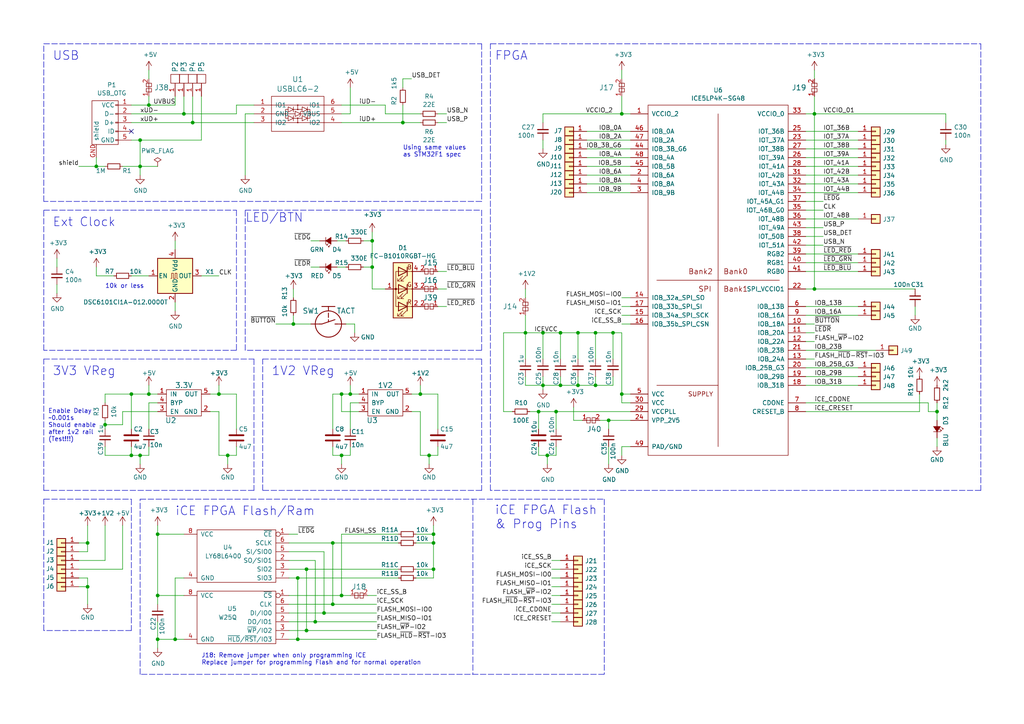
<source format=kicad_sch>
(kicad_sch (version 20231120) (generator "eeschema") (generator_version "8.0")
  (paper "A4")
  (title_block (title "iCEBreaker-bitsy") (rev "V0.3a") (company "1BitSquared") (comment 1 "2018-2020 (C) 1BitSquared <info@1bitsquared.com>") (comment 2 "2018-2020 (C) Piotr Esden-Tempski <piotr@esden.net>") (comment 3 "License: CC-BY-SA V4.0"))
  (junction (at 99.06 132.08))
  (junction (at 158.75 132.08))
  (junction (at 55.88 35.56))
  (junction (at 162.56 96.52))
  (junction (at 86.36 167.64))
  (junction (at 45.72 172.72))
  (junction (at 27.94 48.26))
  (junction (at 91.44 180.34))
  (junction (at 38.1 114.3))
  (junction (at 45.72 185.42))
  (junction (at 85.09 93.98))
  (junction (at 125.73 165.1))
  (junction (at 107.95 77.47))
  (junction (at 176.53 121.92))
  (junction (at 116.84 35.56))
  (junction (at 86.36 185.42))
  (junction (at 45.72 154.94))
  (junction (at 88.9 165.1))
  (junction (at 96.52 175.26))
  (junction (at 156.21 119.38))
  (junction (at 162.56 111.76))
  (junction (at 152.4 96.52))
  (junction (at 236.22 83.82))
  (junction (at 96.52 157.48))
  (junction (at 25.4 157.48))
  (junction (at 172.72 96.52))
  (junction (at 125.73 154.94))
  (junction (at 25.4 170.18))
  (junction (at 161.29 119.38))
  (junction (at 40.64 48.26))
  (junction (at 167.64 111.76))
  (junction (at 236.22 33.02))
  (junction (at 121.92 114.3))
  (junction (at 125.73 157.48))
  (junction (at 177.8 96.52))
  (junction (at 43.18 30.48))
  (junction (at 167.64 96.52))
  (junction (at 180.34 114.3))
  (junction (at 30.48 123.19))
  (junction (at 38.1 132.08))
  (junction (at 88.9 182.88))
  (junction (at 66.04 132.08))
  (junction (at 180.34 33.02))
  (junction (at 93.98 177.8))
  (junction (at 99.06 172.72))
  (junction (at 124.46 132.08))
  (junction (at 50.8 185.42))
  (junction (at 101.6 114.3))
  (junction (at 40.64 40.64))
  (junction (at 53.34 33.02))
  (junction (at 40.64 132.08))
  (junction (at 172.72 111.76))
  (junction (at 43.18 114.3))
  (junction (at 157.48 96.52))
  (junction (at 63.5 114.3))
  (junction (at 99.06 114.3))
  (junction (at 157.48 111.76))
  (junction (at 107.95 69.85))
  (junction (at 271.78 119.38))
  (no_connect (at 38.1 38.1))
  (wire (pts (xy 99.06 33.02) (xy 101.6 33.02)))
  (wire (pts (xy 55.88 35.56) (xy 73.66 35.56)))
  (polyline (pts (xy 139.7 58.42) (xy 12.7 58.42)) (stroke (width 0) (type dash)))
  (wire (pts (xy 83.82 185.42) (xy 86.36 185.42)))
  (wire (pts (xy 233.68 63.5) (xy 248.92 63.5)))
  (wire (pts (xy 27.94 45.72) (xy 27.94 48.26)))
  (wire (pts (xy 146.05 96.52) (xy 146.05 119.38)))
  (wire (pts (xy 83.82 167.64) (xy 86.36 167.64)))
  (wire (pts (xy 27.94 48.26) (xy 22.86 48.26)))
  (polyline (pts (xy 73.66 104.14) (xy 73.66 142.24)) (stroke (width 0) (type dash)))
  (wire (pts (xy 43.18 20.32) (xy 43.18 22.86)))
  (polyline (pts (xy 38.1 182.88) (xy 12.7 182.88)) (stroke (width 0) (type dash)))
  (polyline (pts (xy 71.12 101.6) (xy 71.12 60.96)) (stroke (width 0) (type dash)))
  (wire (pts (xy 83.82 154.94) (xy 86.36 154.94)))
  (polyline (pts (xy 12.7 182.88) (xy 12.7 144.78)) (stroke (width 0) (type dash)))
  (wire (pts (xy 58.42 27.94) (xy 58.42 40.64)))
  (wire (pts (xy 176.53 121.92) (xy 182.88 121.92)))
  (wire (pts (xy 40.64 132.08) (xy 40.64 134.62)))
  (wire (pts (xy 233.68 66.04) (xy 238.76 66.04)))
  (wire (pts (xy 30.48 132.08) (xy 38.1 132.08)))
  (wire (pts (xy 233.68 38.1) (xy 248.92 38.1)))
  (wire (pts (xy 162.56 96.52) (xy 157.48 96.52)))
  (wire (pts (xy 125.73 167.64) (xy 120.65 167.64)))
  (wire (pts (xy 156.21 129.54) (xy 156.21 132.08)))
  (wire (pts (xy 102.87 93.98) (xy 102.87 96.52)))
  (polyline (pts (xy 142.24 12.7) (xy 284.48 12.7)) (stroke (width 0) (type dash)))
  (wire (pts (xy 233.68 83.82) (xy 236.22 83.82)))
  (wire (pts (xy 97.79 77.47) (xy 100.33 77.47)))
  (wire (pts (xy 152.4 109.22) (xy 152.4 111.76)))
  (wire (pts (xy 53.34 167.64) (xy 50.8 167.64)))
  (wire (pts (xy 58.42 40.64) (xy 40.64 40.64)))
  (wire (pts (xy 125.73 152.4) (xy 125.73 154.94)))
  (wire (pts (xy 115.57 154.94) (xy 99.06 154.94)))
  (wire (pts (xy 157.48 109.22) (xy 157.48 111.76)))
  (wire (pts (xy 43.18 114.3) (xy 45.72 114.3)))
  (wire (pts (xy 116.84 35.56) (xy 121.92 35.56)))
  (wire (pts (xy 35.56 165.1) (xy 35.56 152.4)))
  (wire (pts (xy 22.86 162.56) (xy 30.48 162.56)))
  (wire (pts (xy 168.91 121.92) (xy 166.37 121.92)))
  (wire (pts (xy 233.68 58.42) (xy 238.76 58.42)))
  (wire (pts (xy 99.06 30.48) (xy 111.76 30.48)))
  (wire (pts (xy 53.34 185.42) (xy 50.8 185.42)))
  (wire (pts (xy 45.72 116.84) (xy 43.18 116.84)))
  (wire (pts (xy 86.36 185.42) (xy 109.22 185.42)))
  (wire (pts (xy 50.8 69.85) (xy 50.8 72.39)))
  (polyline (pts (xy 139.7 60.96) (xy 139.7 101.6)) (stroke (width 0) (type dash)))
  (wire (pts (xy 83.82 175.26) (xy 96.52 175.26)))
  (wire (pts (xy 233.68 119.38) (xy 266.7 119.38)))
  (wire (pts (xy 25.4 160.02) (xy 25.4 157.48)))
  (polyline (pts (xy 71.12 60.96) (xy 139.7 60.96)) (stroke (width 0) (type dash)))
  (wire (pts (xy 157.48 33.02) (xy 157.48 35.56)))
  (wire (pts (xy 38.1 30.48) (xy 43.18 30.48)))
  (wire (pts (xy 153.67 119.38) (xy 156.21 119.38)))
  (wire (pts (xy 233.68 68.58) (xy 238.76 68.58)))
  (wire (pts (xy 233.68 33.02) (xy 236.22 33.02)))
  (wire (pts (xy 93.98 160.02) (xy 93.98 177.8)))
  (wire (pts (xy 121.92 132.08) (xy 124.46 132.08)))
  (wire (pts (xy 30.48 121.92) (xy 30.48 123.19)))
  (wire (pts (xy 182.88 86.36) (xy 180.34 86.36)))
  (wire (pts (xy 86.36 167.64) (xy 86.36 185.42)))
  (wire (pts (xy 50.8 185.42) (xy 45.72 185.42)))
  (wire (pts (xy 101.6 33.02) (xy 101.6 25.4)))
  (wire (pts (xy 152.4 111.76) (xy 157.48 111.76)))
  (wire (pts (xy 99.06 114.3) (xy 101.6 114.3)))
  (wire (pts (xy 68.58 30.48) (xy 73.66 30.48)))
  (wire (pts (xy 119.38 114.3) (xy 121.92 114.3)))
  (wire (pts (xy 127 35.56) (xy 129.54 35.56)))
  (wire (pts (xy 233.68 104.14) (xy 236.22 104.14)))
  (polyline (pts (xy 284.48 12.7) (xy 284.48 142.24)) (stroke (width 0) (type dash)))
  (wire (pts (xy 105.41 69.85) (xy 107.95 69.85)))
  (wire (pts (xy 125.73 157.48) (xy 120.65 157.48)))
  (wire (pts (xy 111.76 30.48) (xy 111.76 33.02)))
  (wire (pts (xy 101.6 114.3) (xy 101.6 111.76)))
  (wire (pts (xy 96.52 157.48) (xy 83.82 157.48)))
  (wire (pts (xy 83.82 180.34) (xy 91.44 180.34)))
  (wire (pts (xy 99.06 172.72) (xy 101.6 172.72)))
  (wire (pts (xy 107.95 77.47) (xy 107.95 69.85)))
  (wire (pts (xy 233.68 53.34) (xy 248.92 53.34)))
  (wire (pts (xy 53.34 172.72) (xy 45.72 172.72)))
  (wire (pts (xy 99.06 119.38) (xy 99.06 114.3)))
  (wire (pts (xy 157.48 111.76) (xy 162.56 111.76)))
  (wire (pts (xy 177.8 109.22) (xy 177.8 111.76)))
  (wire (pts (xy 96.52 114.3) (xy 96.52 124.46)))
  (wire (pts (xy 269.24 116.84) (xy 269.24 119.38)))
  (polyline (pts (xy 40.64 144.78) (xy 175.26 144.78)) (stroke (width 0) (type dash)))
  (wire (pts (xy 83.82 172.72) (xy 99.06 172.72)))
  (wire (pts (xy 53.34 27.94) (xy 53.34 33.02)))
  (wire (pts (xy 116.84 22.86) (xy 119.38 22.86)))
  (wire (pts (xy 162.56 177.8) (xy 160.02 177.8)))
  (wire (pts (xy 233.68 40.64) (xy 248.92 40.64)))
  (wire (pts (xy 50.8 87.63) (xy 50.8 90.17)))
  (wire (pts (xy 182.88 55.88) (xy 170.18 55.88)))
  (wire (pts (xy 180.34 96.52) (xy 180.34 114.3)))
  (wire (pts (xy 38.1 33.02) (xy 53.34 33.02)))
  (wire (pts (xy 236.22 33.02) (xy 274.32 33.02)))
  (polyline (pts (xy 12.7 58.42) (xy 12.7 12.7)) (stroke (width 0) (type dash)))
  (wire (pts (xy 233.68 111.76) (xy 248.92 111.76)))
  (wire (pts (xy 96.52 175.26) (xy 109.22 175.26)))
  (wire (pts (xy 96.52 129.54) (xy 96.52 132.08)))
  (wire (pts (xy 177.8 96.52) (xy 172.72 96.52)))
  (wire (pts (xy 63.5 132.08) (xy 66.04 132.08)))
  (wire (pts (xy 127 132.08) (xy 127 129.54)))
  (wire (pts (xy 83.82 177.8) (xy 93.98 177.8)))
  (wire (pts (xy 127 33.02) (xy 129.54 33.02)))
  (wire (pts (xy 35.56 123.19) (xy 35.56 119.38)))
  (wire (pts (xy 182.88 129.54) (xy 180.34 129.54)))
  (wire (pts (xy 182.88 119.38) (xy 161.29 119.38)))
  (wire (pts (xy 60.96 119.38) (xy 63.5 119.38)))
  (wire (pts (xy 119.38 119.38) (xy 121.92 119.38)))
  (wire (pts (xy 233.68 116.84) (xy 269.24 116.84)))
  (polyline (pts (xy 142.24 142.24) (xy 142.24 12.7)) (stroke (width 0) (type dash)))
  (wire (pts (xy 172.72 96.52) (xy 167.64 96.52)))
  (wire (pts (xy 182.88 38.1) (xy 170.18 38.1)))
  (polyline (pts (xy 284.48 142.24) (xy 142.24 142.24)) (stroke (width 0) (type dash)))
  (wire (pts (xy 162.56 96.52) (xy 162.56 104.14)))
  (wire (pts (xy 233.68 50.8) (xy 248.92 50.8)))
  (wire (pts (xy 99.06 132.08) (xy 101.6 132.08)))
  (wire (pts (xy 73.66 33.02) (xy 71.12 33.02)))
  (wire (pts (xy 111.76 83.82) (xy 107.95 83.82)))
  (wire (pts (xy 160.02 172.72) (xy 162.56 172.72)))
  (wire (pts (xy 38.1 35.56) (xy 55.88 35.56)))
  (wire (pts (xy 167.64 109.22) (xy 167.64 111.76)))
  (wire (pts (xy 233.68 48.26) (xy 248.92 48.26)))
  (wire (pts (xy 233.68 96.52) (xy 236.22 96.52)))
  (wire (pts (xy 116.84 35.56) (xy 116.84 30.48)))
  (wire (pts (xy 160.02 175.26) (xy 162.56 175.26)))
  (wire (pts (xy 90.17 93.98) (xy 85.09 93.98)))
  (wire (pts (xy 25.4 170.18) (xy 25.4 175.26)))
  (wire (pts (xy 233.68 76.2) (xy 248.92 76.2)))
  (wire (pts (xy 233.68 78.74) (xy 248.92 78.74)))
  (wire (pts (xy 38.1 40.64) (xy 40.64 40.64)))
  (wire (pts (xy 180.34 20.32) (xy 180.34 22.86)))
  (wire (pts (xy 83.82 162.56) (xy 91.44 162.56)))
  (wire (pts (xy 99.06 154.94) (xy 99.06 172.72)))
  (polyline (pts (xy 68.58 101.6) (xy 12.7 101.6)) (stroke (width 0) (type dash)))
  (wire (pts (xy 85.09 86.36) (xy 85.09 83.82)))
  (wire (pts (xy 106.68 172.72) (xy 109.22 172.72)))
  (wire (pts (xy 160.02 167.64) (xy 162.56 167.64)))
  (wire (pts (xy 93.98 177.8) (xy 109.22 177.8)))
  (polyline (pts (xy 76.2 142.24) (xy 76.2 104.14)) (stroke (width 0) (type dash)))
  (wire (pts (xy 30.48 129.54) (xy 30.48 132.08)))
  (wire (pts (xy 233.68 71.12) (xy 238.76 71.12)))
  (wire (pts (xy 124.46 132.08) (xy 127 132.08)))
  (wire (pts (xy 63.5 119.38) (xy 63.5 132.08)))
  (wire (pts (xy 125.73 165.1) (xy 120.65 165.1)))
  (wire (pts (xy 156.21 119.38) (xy 161.29 119.38)))
  (polyline (pts (xy 139.7 12.7) (xy 139.7 58.42)) (stroke (width 0) (type dash)))
  (wire (pts (xy 91.44 180.34) (xy 109.22 180.34)))
  (wire (pts (xy 107.95 83.82) (xy 107.95 77.47)))
  (wire (pts (xy 38.1 114.3) (xy 38.1 124.46)))
  (wire (pts (xy 96.52 132.08) (xy 99.06 132.08)))
  (polyline (pts (xy 139.7 104.14) (xy 139.7 142.24)) (stroke (width 0) (type dash)))
  (wire (pts (xy 40.64 132.08) (xy 43.18 132.08)))
  (polyline (pts (xy 12.7 104.14) (xy 73.66 104.14)) (stroke (width 0) (type dash)))
  (wire (pts (xy 161.29 129.54) (xy 161.29 132.08)))
  (wire (pts (xy 104.14 116.84) (xy 101.6 116.84)))
  (wire (pts (xy 127 83.82) (xy 129.54 83.82)))
  (wire (pts (xy 127 78.74) (xy 129.54 78.74)))
  (wire (pts (xy 173.99 121.92) (xy 176.53 121.92)))
  (wire (pts (xy 172.72 111.76) (xy 167.64 111.76)))
  (wire (pts (xy 16.51 82.55) (xy 16.51 85.09)))
  (wire (pts (xy 100.33 93.98) (xy 102.87 93.98)))
  (wire (pts (xy 120.65 154.94) (xy 125.73 154.94)))
  (wire (pts (xy 50.8 167.64) (xy 50.8 185.42)))
  (wire (pts (xy 233.68 60.96) (xy 238.76 60.96)))
  (wire (pts (xy 25.4 167.64) (xy 25.4 170.18)))
  (wire (pts (xy 35.56 119.38) (xy 45.72 119.38)))
  (wire (pts (xy 157.48 111.76) (xy 157.48 113.03)))
  (wire (pts (xy 16.51 74.93) (xy 16.51 77.47)))
  (wire (pts (xy 125.73 165.1) (xy 125.73 167.64)))
  (wire (pts (xy 38.1 132.08) (xy 40.64 132.08)))
  (wire (pts (xy 22.86 160.02) (xy 25.4 160.02)))
  (polyline (pts (xy 40.64 195.58) (xy 40.64 144.78)) (stroke (width 0) (type dash)))
  (polyline (pts (xy 175.26 195.58) (xy 40.64 195.58)) (stroke (width 0) (type dash)))
  (wire (pts (xy 236.22 20.32) (xy 236.22 22.86)))
  (wire (pts (xy 115.57 157.48) (xy 96.52 157.48)))
  (wire (pts (xy 146.05 119.38) (xy 148.59 119.38)))
  (wire (pts (xy 63.5 114.3) (xy 63.5 111.76)))
  (wire (pts (xy 40.64 48.26) (xy 40.64 50.8)))
  (wire (pts (xy 30.48 114.3) (xy 38.1 114.3)))
  (wire (pts (xy 152.4 83.82) (xy 152.4 86.36)))
  (wire (pts (xy 22.86 170.18) (xy 25.4 170.18)))
  (wire (pts (xy 274.32 33.02) (xy 274.32 35.56)))
  (wire (pts (xy 271.78 116.84) (xy 271.78 119.38)))
  (wire (pts (xy 180.34 129.54) (xy 180.34 132.08)))
  (wire (pts (xy 91.44 162.56) (xy 91.44 180.34)))
  (wire (pts (xy 182.88 40.64) (xy 170.18 40.64)))
  (wire (pts (xy 160.02 170.18) (xy 162.56 170.18)))
  (wire (pts (xy 63.5 114.3) (xy 68.58 114.3)))
  (wire (pts (xy 146.05 96.52) (xy 152.4 96.52)))
  (wire (pts (xy 158.75 132.08) (xy 158.75 134.62)))
  (wire (pts (xy 22.86 167.64) (xy 25.4 167.64)))
  (wire (pts (xy 22.86 165.1) (xy 35.56 165.1)))
  (wire (pts (xy 265.43 88.9) (xy 265.43 91.44)))
  (wire (pts (xy 266.7 119.38) (xy 266.7 114.3)))
  (wire (pts (xy 177.8 96.52) (xy 177.8 104.14)))
  (wire (pts (xy 158.75 132.08) (xy 156.21 132.08)))
  (wire (pts (xy 182.88 50.8) (xy 170.18 50.8)))
  (wire (pts (xy 30.48 116.84) (xy 30.48 114.3)))
  (wire (pts (xy 233.68 55.88) (xy 248.92 55.88)))
  (wire (pts (xy 182.88 43.18) (xy 170.18 43.18)))
  (wire (pts (xy 101.6 116.84) (xy 101.6 124.46)))
  (wire (pts (xy 45.72 172.72) (xy 45.72 154.94)))
  (wire (pts (xy 27.94 48.26) (xy 30.48 48.26)))
  (polyline (pts (xy 139.7 142.24) (xy 76.2 142.24)) (stroke (width 0) (type dash)))
  (wire (pts (xy 101.6 114.3) (xy 104.14 114.3)))
  (wire (pts (xy 27.94 77.47) (xy 27.94 80.01)))
  (wire (pts (xy 53.34 154.94) (xy 45.72 154.94)))
  (polyline (pts (xy 76.2 104.14) (xy 139.7 104.14)) (stroke (width 0) (type dash)))
  (polyline (pts (xy 12.7 101.6) (xy 12.7 60.96)) (stroke (width 0) (type dash)))
  (wire (pts (xy 99.06 35.56) (xy 116.84 35.56)))
  (wire (pts (xy 43.18 27.94) (xy 43.18 30.48)))
  (wire (pts (xy 125.73 157.48) (xy 125.73 165.1)))
  (wire (pts (xy 88.9 165.1) (xy 115.57 165.1)))
  (wire (pts (xy 236.22 27.94) (xy 236.22 33.02)))
  (wire (pts (xy 172.72 109.22) (xy 172.72 111.76)))
  (wire (pts (xy 85.09 93.98) (xy 80.01 93.98)))
  (wire (pts (xy 182.88 53.34) (xy 170.18 53.34)))
  (wire (pts (xy 43.18 114.3) (xy 43.18 111.76)))
  (wire (pts (xy 236.22 83.82) (xy 265.43 83.82)))
  (wire (pts (xy 166.37 121.92) (xy 166.37 118.11)))
  (wire (pts (xy 96.52 114.3) (xy 99.06 114.3)))
  (wire (pts (xy 167.64 96.52) (xy 162.56 96.52)))
  (wire (pts (xy 271.78 127) (xy 271.78 129.54)))
  (polyline (pts (xy 12.7 60.96) (xy 68.58 60.96)) (stroke (width 0) (type dash)))
  (polyline (pts (xy 175.26 144.78) (xy 175.26 195.58)) (stroke (width 0) (type dash)))
  (wire (pts (xy 121.92 119.38) (xy 121.92 132.08)))
  (wire (pts (xy 182.88 45.72) (xy 170.18 45.72)))
  (polyline (pts (xy 139.7 101.6) (xy 71.12 101.6)) (stroke (width 0) (type dash)))
  (wire (pts (xy 30.48 123.19) (xy 35.56 123.19)))
  (wire (pts (xy 55.88 27.94) (xy 55.88 35.56)))
  (wire (pts (xy 40.64 40.64) (xy 40.64 48.26)))
  (wire (pts (xy 233.68 106.68) (xy 248.92 106.68)))
  (polyline (pts (xy 68.58 60.96) (xy 68.58 101.6)) (stroke (width 0) (type dash)))
  (wire (pts (xy 99.06 132.08) (xy 99.06 134.62)))
  (wire (pts (xy 38.1 129.54) (xy 38.1 132.08)))
  (wire (pts (xy 172.72 96.52) (xy 172.72 104.14)))
  (wire (pts (xy 68.58 114.3) (xy 68.58 124.46)))
  (wire (pts (xy 176.53 124.46) (xy 176.53 121.92)))
  (wire (pts (xy 156.21 124.46) (xy 156.21 119.38)))
  (polyline (pts (xy 137.16 144.78) (xy 137.16 195.58)) (stroke (width 0) (type dash)))
  (wire (pts (xy 233.68 73.66) (xy 248.92 73.66)))
  (wire (pts (xy 127 114.3) (xy 127 124.46)))
  (wire (pts (xy 85.09 91.44) (xy 85.09 93.98)))
  (polyline (pts (xy 12.7 144.78) (xy 38.1 144.78)) (stroke (width 0) (type dash)))
  (wire (pts (xy 233.68 99.06) (xy 236.22 99.06)))
  (wire (pts (xy 233.68 43.18) (xy 248.92 43.18)))
  (wire (pts (xy 116.84 25.4) (xy 116.84 22.86)))
  (wire (pts (xy 66.04 132.08) (xy 68.58 132.08)))
  (wire (pts (xy 30.48 123.19) (xy 30.48 124.46)))
  (wire (pts (xy 162.56 162.56) (xy 160.02 162.56)))
  (wire (pts (xy 176.53 129.54) (xy 176.53 134.62)))
  (polyline (pts (xy 73.66 142.24) (xy 12.7 142.24)) (stroke (width 0) (type dash)))
  (wire (pts (xy 71.12 33.02) (xy 71.12 50.8)))
  (wire (pts (xy 83.82 165.1) (xy 88.9 165.1)))
  (wire (pts (xy 27.94 80.01) (xy 33.02 80.01)))
  (wire (pts (xy 45.72 172.72) (xy 45.72 175.26)))
  (wire (pts (xy 58.42 80.01) (xy 63.5 80.01)))
  (wire (pts (xy 127 88.9) (xy 129.54 88.9)))
  (wire (pts (xy 97.79 69.85) (xy 100.33 69.85)))
  (wire (pts (xy 157.48 96.52) (xy 152.4 96.52)))
  (wire (pts (xy 50.8 30.48) (xy 43.18 30.48)))
  (wire (pts (xy 68.58 33.02) (xy 68.58 30.48)))
  (wire (pts (xy 22.86 157.48) (xy 25.4 157.48)))
  (wire (pts (xy 180.34 27.94) (xy 180.34 33.02)))
  (wire (pts (xy 121.92 114.3) (xy 121.92 111.76)))
  (wire (pts (xy 50.8 27.94) (xy 50.8 30.48)))
  (wire (pts (xy 45.72 180.34) (xy 45.72 185.42)))
  (wire (pts (xy 182.88 48.26) (xy 170.18 48.26)))
  (wire (pts (xy 88.9 165.1) (xy 88.9 182.88)))
  (wire (pts (xy 43.18 116.84) (xy 43.18 124.46)))
  (wire (pts (xy 233.68 91.44) (xy 248.92 91.44)))
  (wire (pts (xy 83.82 160.02) (xy 93.98 160.02)))
  (wire (pts (xy 233.68 93.98) (xy 236.22 93.98)))
  (wire (pts (xy 167.64 111.76) (xy 162.56 111.76)))
  (wire (pts (xy 66.04 132.08) (xy 66.04 134.62)))
  (wire (pts (xy 152.4 96.52) (xy 152.4 104.14)))
  (wire (pts (xy 180.34 96.52) (xy 177.8 96.52)))
  (wire (pts (xy 83.82 182.88) (xy 88.9 182.88)))
  (polyline (pts (xy 38.1 144.78) (xy 38.1 182.88)) (stroke (width 0) (type dash)))
  (wire (pts (xy 269.24 119.38) (xy 271.78 119.38)))
  (wire (pts (xy 162.56 111.76) (xy 162.56 109.22)))
  (wire (pts (xy 236.22 33.02) (xy 236.22 83.82)))
  (wire (pts (xy 43.18 132.08) (xy 43.18 129.54)))
  (wire (pts (xy 107.95 67.31) (xy 107.95 69.85)))
  (wire (pts (xy 53.34 33.02) (xy 68.58 33.02)))
  (wire (pts (xy 121.92 114.3) (xy 127 114.3)))
  (wire (pts (xy 182.88 116.84) (xy 180.34 116.84)))
  (wire (pts (xy 104.14 119.38) (xy 99.06 119.38)))
  (wire (pts (xy 157.48 96.52) (xy 157.48 104.14)))
  (wire (pts (xy 25.4 157.48) (xy 25.4 152.4)))
  (wire (pts (xy 233.68 101.6) (xy 254 101.6)))
  (wire (pts (xy 30.48 162.56) (xy 30.48 152.4)))
  (wire (pts (xy 111.76 33.02) (xy 121.92 33.02)))
  (wire (pts (xy 68.58 132.08) (xy 68.58 129.54)))
  (wire (pts (xy 124.46 132.08) (xy 124.46 134.62)))
  (wire (pts (xy 86.36 167.64) (xy 115.57 167.64)))
  (wire (pts (xy 162.56 180.34) (xy 160.02 180.34)))
  (wire (pts (xy 233.68 88.9) (xy 248.92 88.9)))
  (wire (pts (xy 160.02 165.1) (xy 162.56 165.1)))
  (polyline (pts (xy 12.7 12.7) (xy 139.7 12.7)) (stroke (width 0) (type dash)))
  (wire (pts (xy 96.52 157.48) (xy 96.52 175.26)))
  (wire (pts (xy 107.95 77.47) (xy 105.41 77.47)))
  (wire (pts (xy 182.88 33.02) (xy 180.34 33.02)))
  (wire (pts (xy 233.68 109.22) (xy 248.92 109.22)))
  (wire (pts (xy 182.88 114.3) (xy 180.34 114.3)))
  (wire (pts (xy 38.1 114.3) (xy 43.18 114.3)))
  (wire (pts (xy 125.73 154.94) (xy 125.73 157.48)))
  (wire (pts (xy 182.88 91.44) (xy 180.34 91.44)))
  (wire (pts (xy 271.78 119.38) (xy 271.78 121.92)))
  (wire (pts (xy 88.9 182.88) (xy 109.22 182.88)))
  (wire (pts (xy 182.88 88.9) (xy 180.34 88.9)))
  (wire (pts (xy 35.56 48.26) (xy 40.64 48.26)))
  (wire (pts (xy 157.48 40.64) (xy 157.48 43.18)))
  (wire (pts (xy 167.64 96.52) (xy 167.64 104.14)))
  (wire (pts (xy 92.71 69.85) (xy 90.17 69.85)))
  (wire (pts (xy 177.8 111.76) (xy 172.72 111.76)))
  (wire (pts (xy 45.72 154.94) (xy 45.72 152.4)))
  (wire (pts (xy 274.32 40.64) (xy 274.32 41.91)))
  (wire (pts (xy 38.1 80.01) (xy 43.18 80.01)))
  (wire (pts (xy 233.68 45.72) (xy 248.92 45.72)))
  (polyline (pts (xy 12.7 142.24) (xy 12.7 104.14)) (stroke (width 0) (type dash)))
  (wire (pts (xy 180.34 33.02) (xy 157.48 33.02)))
  (wire (pts (xy 182.88 93.98) (xy 180.34 93.98)))
  (wire (pts (xy 152.4 91.44) (xy 152.4 96.52)))
  (wire (pts (xy 60.96 114.3) (xy 63.5 114.3)))
  (wire (pts (xy 40.64 48.26) (xy 45.72 48.26)))
  (wire (pts (xy 161.29 119.38) (xy 161.29 124.46)))
  (wire (pts (xy 92.71 77.47) (xy 90.17 77.47)))
  (wire (pts (xy 101.6 132.08) (xy 101.6 129.54)))
  (wire (pts (xy 161.29 132.08) (xy 158.75 132.08)))
  (wire (pts (xy 180.34 114.3) (xy 180.34 116.84)))
  (wire (pts (xy 45.72 185.42) (xy 45.72 187.96)))
  (text "iCE FPGA Flash/Ram" (at 50.8 149.86 0) (effects (font (size 2.54 2.54)) (justify left bottom)))
  (text "Ext Clock" (at 15.24 66.04 0) (effects (font (size 2.54 2.54)) (justify left bottom)))
  (text "10k or less" (at 30.48 83.82 0) (effects (font (size 1.27 1.27)) (justify left bottom)))
  (text "USB" (at 15.24 17.78 0) (effects (font (size 2.54 2.54)) (justify left bottom)))
  (text "iCE FPGA Flash\n& Prog Pins" (at 143.51 153.67 0) (effects (font (size 2.54 2.54)) (justify left bottom)))
  (text "3V3 VReg" (at 15.24 109.22 0) (effects (font (size 2.54 2.54)) (justify left bottom)))
  (text "FPGA" (at 143.51 17.78 0) (effects (font (size 2.54 2.54)) (justify left bottom)))
  (text "LED/BTN" (at 71.12 64.77 0) (effects (font (size 2.54 2.54)) (justify left bottom)))
  (text "Using same values\nas STM32F1 spec" (at 116.84 45.72 0) (effects (font (size 1.27 1.27)) (justify left bottom)))
  (text "Enable Delay\n~0.001s\nShould enable\nafter 1v2 rail\n(Test!!!)" (at 13.97 128.27 0) (effects (font (size 1.27 1.27)) (justify left bottom)))
  (text "J18: Remove jumper when only programming iCE\nReplace jumper for programming Flash and for normal operation" (at 58.42 193.04 0) (effects (font (size 1.27 1.27)) (justify left bottom)))
  (text "1V2 VReg" (at 78.74 109.22 0) (effects (font (size 2.54 2.54)) (justify left bottom)))
  (label "~{LED_RED}" (at 238.76 73.66 0))
  (label "USB_N" (at 238.76 71.12 0))
  (label "iCE_CDONE" (at 236.22 116.84 0))
  (label "~{BUTTON}" (at 80.01 93.98 180))
  (label "IOB_5B" (at 180.34 48.26 180))
  (label "FLASH_MISO-IO1" (at 160.02 170.18 180))
  (label "iCE_SS_B" (at 109.22 172.72 0))
  (label "IOT_48B" (at 238.76 63.5 0))
  (label "iCE_SCK" (at 109.22 175.26 0))
  (label "~{LED_BLU}" (at 238.76 78.74 0))
  (label "IOT_43A" (at 238.76 53.34 0))
  (label "IOT_41A" (at 238.76 48.26 0))
  (label "IOB_6A" (at 180.34 50.8 180))
  (label "IOB_0A" (at 180.34 38.1 180))
  (label "FLASH_MISO-IO1" (at 180.34 88.9 180))
  (label "FLASH_~{WP}-IO2" (at 236.22 99.06 0))
  (label "iCE_SCK" (at 160.02 165.1 180))
  (label "FLASH_MOSI-IO0" (at 109.22 177.8 0))
  (label "IOB_29B" (at 236.22 109.22 0))
  (label "VCCIO_01" (at 238.76 33.02 0))
  (label "iUD-" (at 104.14 30.48 0))
  (label "IOT_42B" (at 238.76 50.8 0))
  (label "IOB_25B_G3" (at 236.22 106.68 0))
  (label "IOB_2A" (at 180.34 40.64 180))
  (label "USB_N" (at 129.54 33.02 0))
  (label "iCE_SS_B" (at 180.34 93.98 180))
  (label "IOB_9B" (at 180.34 55.88 180))
  (label "iCE_SS_B" (at 160.02 162.56 180))
  (label "IOB_3B_G6" (at 180.34 43.18 180))
  (label "~{LEDG}" (at 90.17 69.85 180))
  (label "FLASH_~{WP}-IO2" (at 160.02 172.72 180))
  (label "IOB_4A" (at 180.34 45.72 180))
  (label "xUD+" (at 40.64 35.56 0))
  (label "iCE_SCK" (at 180.34 91.44 180))
  (label "iCE_CRESET" (at 160.02 180.34 180))
  (label "shield" (at 22.86 48.26 180))
  (label "iCE_CDONE" (at 160.02 177.8 180))
  (label "USB_P" (at 129.54 35.56 0))
  (label "USB_P" (at 238.76 66.04 0))
  (label "VCCIO_2" (at 177.8 33.02 180))
  (label "FLASH_MOSI-IO0" (at 160.02 167.64 180))
  (label "~{LED_RED}" (at 129.54 88.9 0))
  (label "iUD+" (at 104.14 35.56 0))
  (label "FLASH_MOSI-IO0" (at 180.34 86.36 180))
  (label "CLK" (at 238.76 60.96 0))
  (label "FLASH_MISO-IO1" (at 109.22 180.34 0))
  (label "IOB_16A" (at 236.22 91.44 0))
  (label "IOB_31B" (at 236.22 111.76 0))
  (label "FLASH_~{HLD}-~{RST}-IO3" (at 160.02 175.26 180))
  (label "ICEVCC" (at 154.94 96.52 0))
  (label "CLK" (at 63.5 80.01 0))
  (label "FLASH_~{HLD}-~{RST}-IO3" (at 109.22 185.42 0))
  (label "~{LED_GRN}" (at 129.54 83.82 0))
  (label "~{LEDR}" (at 236.22 96.52 0))
  (label "IOB_8A" (at 180.34 53.34 180))
  (label "IOT_44B" (at 238.76 55.88 0))
  (label "FLASH_~{WP}-IO2" (at 109.22 182.88 0))
  (label "IOT_37A" (at 238.76 40.64 0))
  (label "~{LEDG}" (at 86.36 154.94 0))
  (label "FLASH_SS" (at 109.22 154.94 180))
  (label "IOB_13B" (at 236.22 88.9 0))
  (label "IOT_39A" (at 238.76 45.72 0))
  (label "USB_DET" (at 119.38 22.86 0))
  (label "xUD-" (at 40.64 33.02 0))
  (label "iCE_CRESET" (at 236.22 119.38 0))
  (label "FLASH_~{HLD}-~{RST}-IO3" (at 236.22 104.14 0))
  (label "~{LEDR}" (at 90.17 77.47 180))
  (label "~{BUTTON}" (at 236.22 93.98 0))
  (label "USB_DET" (at 238.76 68.58 0))
  (label "IOT_38B" (at 238.76 43.18 0))
  (label "UVBUS" (at 44.45 30.48 0))
  (label "~{LED_BLU}" (at 129.54 78.74 0))
  (label "IOT_36B" (at 238.76 38.1 0))
  (label "~{LEDG}" (at 238.76 58.42 0))
  (label "~{LED_GRN}" (at 238.76 76.2 0))
  (label "IOB_23B" (at 236.22 101.6 0))
  (symbol (lib_id "icebreaker-bitsy-rescue:ICE5LP4K-SG48-pkl_lattice") (at 208.28 81.28 0) (unit 1)
    (property "Reference" "U6" (at 208.28 26.162 0))
    (property "Value" "ICE5LP4K-SG48" (at 208.28 28.5242 0))
    (property "Footprint" "pkl_housings_dfn_qfn:QFN-48-1EP_7x7mm_Pitch0.5mm" (effects (hide yes)))
    (property "Source" "ANY" (effects (hide yes)))
    (property "Key" "ic-ice5lp4k-sg48" (effects (hide yes)))
  )
  (symbol (lib_id "icebreaker-bitsy-rescue:GND-power") (at 180.34 132.08 0) (unit 1)
    (property "Reference" "#PWR01" (effects (hide yes)))
    (property "Value" "GND" (at 180.467 136.5504 0))
  )
  (symbol (lib_id "icebreaker-bitsy-rescue:pkl_R_Small-pkl_device") (at 35.56 80.01 90) (unit 1)
    (property "Reference" "R7" (at 31.75 78.74 90))
    (property "Value" "10k" (at 39.37 78.74 90))
    (property "Footprint" "pkl_dipol:R_0402" (effects (hide yes)))
    (property "Source" "ANY" (effects (hide yes)))
    (property "Key" "res-0402-10k" (effects (hide yes)))
  )
  (symbol (lib_id "icebreaker-bitsy-rescue:+3V3-power") (at 50.8 69.85 0) (unit 1)
    (property "Reference" "#PWR02" (effects (hide yes)))
    (property "Value" "+3V3" (at 51.181 65.3796 0))
  )
  (symbol (lib_id "icebreaker-bitsy-rescue:+3V3-power") (at 27.94 77.47 0) (unit 1)
    (property "Reference" "#PWR03" (effects (hide yes)))
    (property "Value" "+3V3" (at 28.321 72.9996 0))
  )
  (symbol (lib_id "icebreaker-bitsy-rescue:GND-power") (at 50.8 90.17 0) (unit 1)
    (property "Reference" "#PWR05" (effects (hide yes)))
    (property "Value" "GND" (at 50.927 94.6404 0))
  )
  (symbol (lib_id "icebreaker-bitsy-rescue:pkl_C_Small-pkl_device") (at 16.51 80.01 0) (unit 1)
    (property "Reference" "C4" (at 18.8468 78.8162 0) (effects (justify left)))
    (property "Value" "100n" (at 18.8468 81.1784 0) (effects (justify left)))
    (property "Footprint" "pkl_dipol:C_0402" (effects (hide yes)))
    (property "Source" "ANY" (effects (hide yes)))
    (property "Key" "cap-cer-0402-100n" (effects (hide yes)))
  )
  (symbol (lib_id "icebreaker-bitsy-rescue:pkl_USB_OTG-pkl_conn") (at 30.48 35.56 90) (mirror x) (unit 1)
    (property "Reference" "P1" (at 32.4104 24.638 90))
    (property "Value" "USB_OTG" (at 32.4104 27.0002 90))
    (property "Footprint" "pkl_connectors:Connector_USB_Micro_B_SMD" (effects (hide yes)))
    (property "Key" "conn-smd-usb-micro-b" (effects (hide yes)))
    (property "Source" "ANY" (effects (hide yes)))
  )
  (symbol (lib_id "icebreaker-bitsy-rescue:pkl_R_Small-pkl_device") (at 33.02 48.26 270) (unit 1)
    (property "Reference" "R1" (at 36.83 49.53 90))
    (property "Value" "1M" (at 29.21 49.53 90))
    (property "Footprint" "pkl_dipol:R_0402" (effects (hide yes)))
    (property "Source" "ANY" (effects (hide yes)))
    (property "Key" "res-0402-1m" (effects (hide yes)))
  )
  (symbol (lib_id "icebreaker-bitsy-rescue:GND-power") (at 40.64 50.8 0) (unit 1)
    (property "Reference" "#PWR06" (effects (hide yes)))
    (property "Value" "GND" (at 40.767 55.2704 0))
  )
  (symbol (lib_id "icebreaker-bitsy-rescue:PWR_FLAG-power") (at 45.72 48.26 0) (unit 1)
    (property "Reference" "#FLG01" (effects (hide yes)))
    (property "Value" "PWR_FLAG" (at 45.72 43.7642 0))
  )
  (symbol (lib_id "icebreaker-bitsy-rescue:+5V-power") (at 43.18 20.32 0) (unit 1)
    (property "Reference" "#PWR08" (effects (hide yes)))
    (property "Value" "+5V" (at 43.561 15.8496 0))
  )
  (symbol (lib_id "icebreaker-bitsy-rescue:pkl_C_Small-pkl_device") (at 177.8 106.68 0) (mirror y) (unit 1)
    (property "Reference" "C38" (at 176.53 111.76 90) (effects (justify left)))
    (property "Value" "10n" (at 176.53 105.41 90) (effects (justify left)))
    (property "Footprint" "pkl_dipol:C_0402" (effects (hide yes)))
    (property "Source" "ANY" (effects (hide yes)))
    (property "Key" "cap-cer-0402-10n" (effects (hide yes)))
  )
  (symbol (lib_id "icebreaker-bitsy-rescue:pkl_C_Small-pkl_device") (at 172.72 106.68 0) (mirror y) (unit 1)
    (property "Reference" "C37" (at 171.45 111.76 90) (effects (justify left)))
    (property "Value" "100n" (at 171.45 105.41 90) (effects (justify left)))
    (property "Footprint" "pkl_dipol:C_0402" (effects (hide yes)))
    (property "Source" "ANY" (effects (hide yes)))
    (property "Key" "cap-cer-0402-100n" (effects (hide yes)))
  )
  (symbol (lib_id "icebreaker-bitsy-rescue:pkl_C_Small-pkl_device") (at 167.64 106.68 0) (mirror y) (unit 1)
    (property "Reference" "C36" (at 166.37 111.76 90) (effects (justify left)))
    (property "Value" "1u" (at 166.37 105.41 90) (effects (justify left)))
    (property "Footprint" "pkl_dipol:C_0402" (effects (hide yes)))
    (property "Source" "ANY" (effects (hide yes)))
    (property "Key" "cap-cer-0402-1u" (effects (hide yes)))
  )
  (symbol (lib_id "icebreaker-bitsy-rescue:pkl_VREG_5PIN_FIXED-pkl_device") (at 53.34 116.84 0) (unit 1)
    (property "Reference" "U2" (at 49.53 121.92 0) (effects (font (size 1.524 1.524))))
    (property "Value" "3.3V" (at 53.34 111.76 0) (effects (font (size 1.524 1.524))))
    (property "Footprint" "pkl_housings_sot:SOT-23-5" (effects (hide yes)))
    (property "Source" "ANY" (effects (hide yes)))
    (property "Key" "vreg-sot23-5-3v3" (effects (hide yes)))
  )
  (symbol (lib_id "icebreaker-bitsy-rescue:pkl_C-pkl_device") (at 38.1 127 0) (unit 1)
    (property "Reference" "C2" (at 38.735 124.46 0) (effects (justify left)))
    (property "Value" "4u7" (at 38.735 129.54 0) (effects (justify left)))
    (property "Footprint" "pkl_dipol:C_0603" (effects (hide yes)))
    (property "Source" "ANY" (effects (hide yes)))
    (property "Key" "cap-cer-0603-4u7" (effects (hide yes)))
  )
  (symbol (lib_id "icebreaker-bitsy-rescue:pkl_C_Small-pkl_device") (at 43.18 127 0) (unit 1)
    (property "Reference" "C3" (at 43.434 125.222 0) (effects (justify left)))
    (property "Value" "10n" (at 43.434 129.032 0) (effects (justify left)))
    (property "Footprint" "pkl_dipol:C_0402" (effects (hide yes)))
    (property "Source" "ANY" (effects (hide yes)))
    (property "Key" "cap-cer-0402-10n" (effects (hide yes)))
  )
  (symbol (lib_id "icebreaker-bitsy-rescue:GND-power") (at 40.64 134.62 0) (unit 1)
    (property "Reference" "#PWR081" (effects (hide yes)))
    (property "Value" "GND" (at 40.64 138.43 0))
  )
  (symbol (lib_id "icebreaker-bitsy-rescue:pkl_C-pkl_device") (at 68.58 127 0) (unit 1)
    (property "Reference" "C5" (at 69.215 124.46 0) (effects (justify left)))
    (property "Value" "4u7" (at 69.215 129.54 0) (effects (justify left)))
    (property "Footprint" "pkl_dipol:C_0603" (effects (hide yes)))
    (property "Source" "ANY" (effects (hide yes)))
    (property "Key" "cap-cer-0603-4u7" (effects (hide yes)))
  )
  (symbol (lib_id "icebreaker-bitsy-rescue:GND-power") (at 66.04 134.62 0) (unit 1)
    (property "Reference" "#PWR082" (effects (hide yes)))
    (property "Value" "GND" (at 66.04 138.43 0))
  )
  (symbol (lib_id "icebreaker-bitsy-rescue:+5V-power") (at 43.18 111.76 0) (unit 1)
    (property "Reference" "#PWR083" (effects (hide yes)))
    (property "Value" "+5V" (at 43.18 108.204 0))
  )
  (symbol (lib_id "icebreaker-bitsy-rescue:+3V3-power") (at 63.5 111.76 0) (unit 1)
    (property "Reference" "#PWR084" (effects (hide yes)))
    (property "Value" "+3V3" (at 63.5 108.204 0))
  )
  (symbol (lib_id "icebreaker-bitsy-rescue:pkl_VREG_5PIN_FIXED-pkl_device") (at 111.76 116.84 0) (unit 1)
    (property "Reference" "U3" (at 107.95 121.92 0) (effects (font (size 1.524 1.524))))
    (property "Value" "1V2" (at 111.76 111.76 0) (effects (font (size 1.524 1.524))))
    (property "Footprint" "pkl_housings_sot:SOT-23-5" (effects (hide yes)))
    (property "Source" "ANY" (effects (hide yes)))
    (property "Key" "vreg-sot23-5-1v2" (effects (hide yes)))
  )
  (symbol (lib_id "icebreaker-bitsy-rescue:pkl_C-pkl_device") (at 96.52 127 0) (unit 1)
    (property "Reference" "C8" (at 97.155 124.46 0) (effects (justify left)))
    (property "Value" "4u7" (at 97.155 129.54 0) (effects (justify left)))
    (property "Footprint" "pkl_dipol:C_0603" (effects (hide yes)))
    (property "Source" "ANY" (effects (hide yes)))
    (property "Key" "cap-cer-0603-4u7" (effects (hide yes)))
  )
  (symbol (lib_id "icebreaker-bitsy-rescue:pkl_C_Small-pkl_device") (at 101.6 127 0) (unit 1)
    (property "Reference" "C11" (at 101.854 125.222 0) (effects (justify left)))
    (property "Value" "10n" (at 101.854 129.032 0) (effects (justify left)))
    (property "Footprint" "pkl_dipol:C_0402" (effects (hide yes)))
    (property "Source" "ANY" (effects (hide yes)))
    (property "Key" "cap-cer-0402-10n" (effects (hide yes)))
  )
  (symbol (lib_id "icebreaker-bitsy-rescue:GND-power") (at 99.06 134.62 0) (unit 1)
    (property "Reference" "#PWR085" (effects (hide yes)))
    (property "Value" "GND" (at 99.06 138.43 0))
  )
  (symbol (lib_id "icebreaker-bitsy-rescue:pkl_C-pkl_device") (at 127 127 0) (unit 1)
    (property "Reference" "C15" (at 127.635 124.46 0) (effects (justify left)))
    (property "Value" "4u7" (at 127.635 129.54 0) (effects (justify left)))
    (property "Footprint" "pkl_dipol:C_0603" (effects (hide yes)))
    (property "Source" "ANY" (effects (hide yes)))
    (property "Key" "cap-cer-0603-4u7" (effects (hide yes)))
  )
  (symbol (lib_id "icebreaker-bitsy-rescue:GND-power") (at 124.46 134.62 0) (unit 1)
    (property "Reference" "#PWR086" (effects (hide yes)))
    (property "Value" "GND" (at 124.46 138.43 0))
  )
  (symbol (lib_id "icebreaker-bitsy-rescue:+5V-power") (at 101.6 111.76 0) (unit 1)
    (property "Reference" "#PWR087" (effects (hide yes)))
    (property "Value" "+5V" (at 101.6 108.204 0))
  )
  (symbol (lib_id "icebreaker-bitsy-rescue:+1V2-power") (at 121.92 111.76 0) (unit 1)
    (property "Reference" "#PWR088" (effects (hide yes)))
    (property "Value" "+1V2" (at 121.92 108.204 0))
  )
  (symbol (lib_id "icebreaker-bitsy-rescue:+3V3-power") (at 166.37 118.11 0) (unit 1)
    (property "Reference" "#PWR035" (effects (hide yes)))
    (property "Value" "+3V3" (at 166.751 113.6396 0))
  )
  (symbol (lib_id "icebreaker-bitsy-rescue:pkl_R_Small-pkl_device") (at 151.13 119.38 270) (unit 1)
    (property "Reference" "R10" (at 151.13 116.84 90))
    (property "Value" "100E" (at 151.13 121.92 90))
    (property "Footprint" "pkl_dipol:R_0402" (effects (hide yes)))
    (property "Source" "ANY" (effects (hide yes)))
    (property "Key" "res-0402-100" (effects (hide yes)))
  )
  (symbol (lib_id "icebreaker-bitsy-rescue:pkl_C_Small-pkl_device") (at 161.29 127 0) (mirror y) (unit 1)
    (property "Reference" "C26" (at 160.02 132.08 90) (effects (justify left)))
    (property "Value" "100n" (at 160.02 125.73 90) (effects (justify left)))
    (property "Footprint" "pkl_dipol:C_0402" (effects (hide yes)))
    (property "Source" "ANY" (effects (hide yes)))
    (property "Key" "cap-cer-0402-100n" (effects (hide yes)))
  )
  (symbol (lib_id "icebreaker-bitsy-rescue:pkl_C-pkl_device") (at 156.21 127 0) (mirror y) (unit 1)
    (property "Reference" "C24" (at 154.94 132.08 90) (effects (justify left)))
    (property "Value" "10u" (at 154.94 125.73 90) (effects (justify left)))
    (property "Footprint" "pkl_dipol:C_0603" (effects (hide yes)))
    (property "Source" "ANY" (effects (hide yes)))
    (property "Key" "cap-cer-0603-10u" (effects (hide yes)))
  )
  (symbol (lib_id "icebreaker-bitsy-rescue:GND-power") (at 158.75 134.62 0) (unit 1)
    (property "Reference" "#PWR036" (effects (hide yes)))
    (property "Value" "GND" (at 158.877 139.0904 0))
  )
  (symbol (lib_id "icebreaker-bitsy-rescue:pkl_C_Small-pkl_device") (at 162.56 106.68 0) (mirror y) (unit 1)
    (property "Reference" "C28" (at 161.29 111.76 90) (effects (justify left)))
    (property "Value" "10n" (at 161.29 105.41 90) (effects (justify left)))
    (property "Footprint" "pkl_dipol:C_0402" (effects (hide yes)))
    (property "Source" "ANY" (effects (hide yes)))
    (property "Key" "cap-cer-0402-10n" (effects (hide yes)))
  )
  (symbol (lib_id "icebreaker-bitsy-rescue:pkl_C_Small-pkl_device") (at 157.48 106.68 0) (mirror y) (unit 1)
    (property "Reference" "C25" (at 156.21 111.76 90) (effects (justify left)))
    (property "Value" "100n" (at 156.21 105.41 90) (effects (justify left)))
    (property "Footprint" "pkl_dipol:C_0402" (effects (hide yes)))
    (property "Source" "ANY" (effects (hide yes)))
    (property "Key" "cap-cer-0402-100n" (effects (hide yes)))
  )
  (symbol (lib_id "icebreaker-bitsy-rescue:pkl_C_Small-pkl_device") (at 152.4 106.68 0) (mirror y) (unit 1)
    (property "Reference" "C23" (at 151.13 111.76 90) (effects (justify left)))
    (property "Value" "1u" (at 151.13 105.41 90) (effects (justify left)))
    (property "Footprint" "pkl_dipol:C_0402" (effects (hide yes)))
    (property "Source" "ANY" (effects (hide yes)))
    (property "Key" "cap-cer-0402-1u" (effects (hide yes)))
  )
  (symbol (lib_id "icebreaker-bitsy-rescue:GND-power") (at 157.48 113.03 0) (unit 1)
    (property "Reference" "#PWR038" (effects (hide yes)))
    (property "Value" "GND" (at 157.607 117.5004 0))
  )
  (symbol (lib_id "icebreaker-bitsy-rescue:+1V2-power") (at 152.4 83.82 0) (unit 1)
    (property "Reference" "#PWR039" (effects (hide yes)))
    (property "Value" "+1V2" (at 152.781 79.3496 0))
  )
  (symbol (lib_id "icebreaker-bitsy-rescue:pkl_R_Small-pkl_device") (at 30.48 119.38 0) (unit 1)
    (property "Reference" "R3" (at 27.94 119.38 90))
    (property "Value" "10k" (at 33.02 119.38 90))
    (property "Footprint" "pkl_dipol:R_0402" (effects (hide yes)))
    (property "Source" "ANY" (effects (hide yes)))
    (property "Key" "res-0402-10k" (effects (hide yes)))
  )
  (symbol (lib_id "icebreaker-bitsy-rescue:pkl_C_Small-pkl_device") (at 30.48 127 0) (mirror y) (unit 1)
    (property "Reference" "C39" (at 29.21 132.08 90) (effects (justify left)))
    (property "Value" "1u" (at 29.21 125.73 90) (effects (justify left)))
    (property "Footprint" "pkl_dipol:C_0402" (effects (hide yes)))
    (property "Source" "ANY" (effects (hide yes)))
    (property "Key" "cap-cer-0402-1u" (effects (hide yes)))
  )
  (symbol (lib_id "icebreaker-bitsy-rescue:W25Q-pkl_memory") (at 68.58 177.8 0) (mirror y) (unit 1)
    (property "Reference" "U5" (at 67.31 176.53 0))
    (property "Value" "W25Q" (at 66.04 179.07 0))
    (property "Footprint" "pkl_housings_soic:SOIC-8_5.3x5.3mm_Pitch1.27mm" (effects (hide yes)))
    (property "Source" "ANY" (effects (hide yes)))
    (property "Key" "eeprom-so8w-W25Q" (effects (hide yes)))
  )
  (symbol (lib_id "icebreaker-bitsy-rescue:+3V3-power") (at 45.72 152.4 0) (unit 1)
    (property "Reference" "#PWR040" (effects (hide yes)))
    (property "Value" "+3V3" (at 46.101 147.9296 0))
  )
  (symbol (lib_id "icebreaker-bitsy-rescue:pkl_C_Small-pkl_device") (at 45.72 177.8 0) (mirror y) (unit 1)
    (property "Reference" "C22" (at 44.45 182.88 90) (effects (justify left)))
    (property "Value" "100n" (at 46.99 184.15 90) (effects (justify left)))
    (property "Footprint" "pkl_dipol:C_0402" (effects (hide yes)))
    (property "Source" "ANY" (effects (hide yes)))
    (property "Key" "cap-cer-0402-100n" (effects (hide yes)))
  )
  (symbol (lib_id "icebreaker-bitsy-rescue:GND-power") (at 45.72 187.96 0) (unit 1)
    (property "Reference" "#PWR041" (effects (hide yes)))
    (property "Value" "GND" (at 45.847 192.4304 0))
  )
  (symbol (lib_id "icebreaker-bitsy-rescue:pkl_R_Small-pkl_device") (at 266.7 111.76 0) (unit 1)
    (property "Reference" "R19" (at 264.16 113.03 90))
    (property "Value" "10k" (at 264.16 107.95 90))
    (property "Footprint" "pkl_dipol:R_0402" (effects (hide yes)))
    (property "Source" "ANY" (effects (hide yes)))
    (property "Key" "res-0402-10k" (effects (hide yes)))
  )
  (symbol (lib_id "icebreaker-bitsy-rescue:+3V3-power") (at 266.7 109.22 0) (unit 1)
    (property "Reference" "#PWR095" (effects (hide yes)))
    (property "Value" "+3V3" (at 267.081 104.7496 0))
  )
  (symbol (lib_id "icebreaker-bitsy-rescue:pkl_jumper_nc-pkl_misc") (at 104.14 172.72 0) (unit 1)
    (property "Reference" "J18" (at 104.14 170.18 0) (effects (font (size 1.524 1.524))))
    (property "Value" "Jumper" (effects (hide yes)))
    (property "Footprint" "pkl_jumpers:J_NC_0402_15" (effects (hide yes)))
    (property "Source" "ANY" (effects (hide yes)))
  )
  (symbol (lib_id "icebreaker-bitsy-rescue:pkl_R_Small-pkl_device") (at 116.84 27.94 0) (unit 1)
    (property "Reference" "R2" (at 114.3 29.21 90))
    (property "Value" "1k5" (at 114.3 24.13 90))
    (property "Footprint" "pkl_dipol:R_0402" (effects (hide yes)))
    (property "Key" "res-0402-1k5" (effects (hide yes)))
    (property "Source" "ANY" (effects (hide yes)))
  )
  (symbol (lib_id "icebreaker-bitsy-rescue:pkl_R4_Small-pkl_device") (at 118.11 154.94 270) (unit 1)
    (property "Reference" "R11" (at 110.49 153.67 90) (effects (justify left)))
    (property "Value" "10k" (at 120.65 153.67 90) (effects (justify left)))
    (property "Footprint" "pkl_dipol:R_Array_Convex_4x0402" (effects (hide yes)))
    (property "Source" "ANY" (effects (hide yes)))
    (property "Key" "res-0402cv-array-4-10k" (effects (hide yes)))
  )
  (symbol (lib_id "icebreaker-bitsy-rescue:pkl_R4_Small-pkl_device") (at 118.11 167.64 270) (unit 2)
    (property "Reference" "R11" (at 110.49 166.37 90) (effects (justify left)))
    (property "Value" "10k" (at 120.65 166.37 90) (effects (justify left)))
    (property "Footprint" "pkl_dipol:R_Array_Convex_4x0402" (effects (hide yes)))
    (property "Source" "ANY" (effects (hide yes)))
    (property "Key" "res-0402cv-array-4-10k" (effects (hide yes)))
  )
  (symbol (lib_id "icebreaker-bitsy-rescue:pkl_R4_Small-pkl_device") (at 118.11 165.1 270) (unit 3)
    (property "Reference" "R11" (at 110.49 163.83 90) (effects (justify left)))
    (property "Value" "10k" (at 120.65 163.83 90) (effects (justify left)))
    (property "Footprint" "pkl_dipol:R_Array_Convex_4x0402" (effects (hide yes)))
    (property "Source" "ANY" (effects (hide yes)))
    (property "Key" "res-0402cv-array-4-10k" (effects (hide yes)))
  )
  (symbol (lib_id "icebreaker-bitsy-rescue:pkl_R4_Small-pkl_device") (at 118.11 157.48 270) (unit 4)
    (property "Reference" "R11" (at 110.49 156.21 90) (effects (justify left)))
    (property "Value" "10k" (at 120.65 156.21 90) (effects (justify left)))
    (property "Footprint" "pkl_dipol:R_Array_Convex_4x0402" (effects (hide yes)))
    (property "Source" "ANY" (effects (hide yes)))
    (property "Key" "res-0402cv-array-4-10k" (effects (hide yes)))
  )
  (symbol (lib_id "icebreaker-bitsy-rescue:pkl_R_Small-pkl_device") (at 124.46 33.02 270) (unit 1)
    (property "Reference" "R4" (at 124.46 27.9654 90))
    (property "Value" "22E" (at 124.46 30.3276 90))
    (property "Footprint" "pkl_dipol:R_0402" (effects (hide yes)))
    (property "Key" "res-0402-22" (effects (hide yes)))
    (property "Source" "ANY" (effects (hide yes)))
  )
  (symbol (lib_id "icebreaker-bitsy-rescue:pkl_R_Small-pkl_device") (at 124.46 35.56 270) (unit 1)
    (property "Reference" "R6" (at 124.46 38.227 90))
    (property "Value" "22E" (at 124.46 40.5892 90))
    (property "Footprint" "pkl_dipol:R_0402" (effects (hide yes)))
    (property "Key" "res-0402-22" (effects (hide yes)))
    (property "Source" "ANY" (effects (hide yes)))
  )
  (symbol (lib_id "icebreaker-bitsy-rescue:+3V3-power") (at 125.73 152.4 0) (unit 1)
    (property "Reference" "#PWR042" (effects (hide yes)))
    (property "Value" "+3V3" (at 126.111 147.9296 0))
  )
  (symbol (lib_id "Connector_Generic:Conn_01x01") (at 167.64 162.56 0) (unit 1)
    (property "Reference" "J21" (at 169.672 162.687 0) (effects (justify left)))
    (property "Value" "Conn_01x01" (effects (hide yes)))
    (property "Footprint" "pkl_pin_headers:Pin_Header_Straight_Round_1x01" (effects (hide yes)))
    (property "Source" "ANY" (effects (hide yes)))
  )
  (symbol (lib_id "Connector_Generic:Conn_01x01") (at 167.64 165.1 0) (unit 1)
    (property "Reference" "J22" (at 169.672 165.227 0) (effects (justify left)))
    (property "Value" "Conn_01x01" (effects (hide yes)))
    (property "Footprint" "pkl_pin_headers:Pin_Header_Straight_Round_1x01" (effects (hide yes)))
    (property "Source" "ANY" (effects (hide yes)))
  )
  (symbol (lib_id "Connector_Generic:Conn_01x01") (at 167.64 167.64 0) (unit 1)
    (property "Reference" "J23" (at 169.672 167.767 0) (effects (justify left)))
    (property "Value" "Conn_01x01" (effects (hide yes)))
    (property "Footprint" "pkl_pin_headers:Pin_Header_Straight_Round_1x01" (effects (hide yes)))
    (property "Source" "ANY" (effects (hide yes)))
  )
  (symbol (lib_id "Connector_Generic:Conn_01x01") (at 167.64 170.18 0) (unit 1)
    (property "Reference" "J24" (at 169.672 170.307 0) (effects (justify left)))
    (property "Value" "Conn_01x01" (effects (hide yes)))
    (property "Footprint" "pkl_pin_headers:Pin_Header_Straight_Round_1x01" (effects (hide yes)))
    (property "Source" "ANY" (effects (hide yes)))
  )
  (symbol (lib_id "Connector_Generic:Conn_01x01") (at 167.64 172.72 0) (unit 1)
    (property "Reference" "J25" (at 169.672 172.847 0) (effects (justify left)))
    (property "Value" "Conn_01x01" (effects (hide yes)))
    (property "Footprint" "pkl_pin_headers:Pin_Header_Straight_Round_1x01" (effects (hide yes)))
    (property "Source" "ANY" (effects (hide yes)))
  )
  (symbol (lib_id "Connector_Generic:Conn_01x01") (at 167.64 175.26 0) (unit 1)
    (property "Reference" "J26" (at 169.672 175.387 0) (effects (justify left)))
    (property "Value" "Conn_01x01" (effects (hide yes)))
    (property "Footprint" "pkl_pin_headers:Pin_Header_Straight_Round_1x01" (effects (hide yes)))
    (property "Source" "ANY" (effects (hide yes)))
  )
  (symbol (lib_id "Connector_Generic:Conn_01x01") (at 167.64 177.8 0) (unit 1)
    (property "Reference" "J27" (at 169.672 177.927 0) (effects (justify left)))
    (property "Value" "Conn_01x01" (effects (hide yes)))
    (property "Footprint" "pkl_pin_headers:Pin_Header_Straight_Round_1x01" (effects (hide yes)))
    (property "Source" "ANY" (effects (hide yes)))
  )
  (symbol (lib_id "Connector_Generic:Conn_01x01") (at 167.64 180.34 0) (unit 1)
    (property "Reference" "J28" (at 169.672 180.467 0) (effects (justify left)))
    (property "Value" "Conn_01x01" (effects (hide yes)))
    (property "Footprint" "pkl_pin_headers:Pin_Header_Straight_Round_1x01" (effects (hide yes)))
    (property "Source" "ANY" (effects (hide yes)))
  )
  (symbol (lib_id "Connector_Generic:Conn_01x01") (at 165.1 38.1 180) (unit 1)
    (property "Reference" "J7" (at 163.068 37.973 0) (effects (justify left)))
    (property "Value" "Conn_01x01" (effects (hide yes)))
    (property "Footprint" "pkl_pin_headers:Pin_Header_Straight_Round_1x01" (effects (hide yes)))
    (property "Source" "ANY" (effects (hide yes)))
  )
  (symbol (lib_id "Connector_Generic:Conn_01x01") (at 165.1 40.64 180) (unit 1)
    (property "Reference" "J8" (at 163.068 40.513 0) (effects (justify left)))
    (property "Value" "Conn_01x01" (effects (hide yes)))
    (property "Footprint" "pkl_pin_headers:Pin_Header_Straight_Round_1x01" (effects (hide yes)))
    (property "Source" "ANY" (effects (hide yes)))
  )
  (symbol (lib_id "Connector_Generic:Conn_01x01") (at 165.1 43.18 180) (unit 1)
    (property "Reference" "J9" (at 163.068 43.053 0) (effects (justify left)))
    (property "Value" "Conn_01x01" (effects (hide yes)))
    (property "Footprint" "pkl_pin_headers:Pin_Header_Straight_Round_1x01" (effects (hide yes)))
    (property "Source" "ANY" (effects (hide yes)))
  )
  (symbol (lib_id "Connector_Generic:Conn_01x01") (at 165.1 45.72 180) (unit 1)
    (property "Reference" "J10" (at 163.068 45.593 0) (effects (justify left)))
    (property "Value" "Conn_01x01" (effects (hide yes)))
    (property "Footprint" "pkl_pin_headers:Pin_Header_Straight_Round_1x01" (effects (hide yes)))
    (property "Source" "ANY" (effects (hide yes)))
  )
  (symbol (lib_id "Connector_Generic:Conn_01x01") (at 165.1 48.26 180) (unit 1)
    (property "Reference" "J11" (at 163.068 48.133 0) (effects (justify left)))
    (property "Value" "Conn_01x01" (effects (hide yes)))
    (property "Footprint" "pkl_pin_headers:Pin_Header_Straight_Round_1x01" (effects (hide yes)))
    (property "Source" "ANY" (effects (hide yes)))
  )
  (symbol (lib_id "Connector_Generic:Conn_01x01") (at 165.1 50.8 180) (unit 1)
    (property "Reference" "J12" (at 163.068 50.673 0) (effects (justify left)))
    (property "Value" "Conn_01x01" (effects (hide yes)))
    (property "Footprint" "pkl_pin_headers:Pin_Header_Straight_Round_1x01" (effects (hide yes)))
    (property "Source" "ANY" (effects (hide yes)))
  )
  (symbol (lib_id "Connector_Generic:Conn_01x01") (at 165.1 53.34 180) (unit 1)
    (property "Reference" "J13" (at 163.068 53.213 0) (effects (justify left)))
    (property "Value" "Conn_01x01" (effects (hide yes)))
    (property "Footprint" "pkl_pin_headers:Pin_Header_Straight_Round_1x01" (effects (hide yes)))
    (property "Source" "ANY" (effects (hide yes)))
  )
  (symbol (lib_id "Connector_Generic:Conn_01x01") (at 165.1 55.88 180) (unit 1)
    (property "Reference" "J20" (at 163.068 55.753 0) (effects (justify left)))
    (property "Value" "Conn_01x01" (effects (hide yes)))
    (property "Footprint" "pkl_pin_headers:Pin_Header_Straight_Round_1x01" (effects (hide yes)))
    (property "Source" "ANY" (effects (hide yes)))
  )
  (symbol (lib_id "Connector_Generic:Conn_01x01") (at 254 38.1 0) (unit 1)
    (property "Reference" "J29" (at 256.032 38.227 0) (effects (justify left)))
    (property "Value" "Conn_01x01" (effects (hide yes)))
    (property "Footprint" "pkl_pin_headers:Pin_Header_Straight_Round_1x01" (effects (hide yes)))
    (property "Source" "ANY" (effects (hide yes)))
  )
  (symbol (lib_id "Connector_Generic:Conn_01x01") (at 254 40.64 0) (unit 1)
    (property "Reference" "J30" (at 256.032 40.767 0) (effects (justify left)))
    (property "Value" "Conn_01x01" (effects (hide yes)))
    (property "Footprint" "pkl_pin_headers:Pin_Header_Straight_Round_1x01" (effects (hide yes)))
    (property "Source" "ANY" (effects (hide yes)))
  )
  (symbol (lib_id "Connector_Generic:Conn_01x01") (at 254 43.18 0) (unit 1)
    (property "Reference" "J31" (at 256.032 43.307 0) (effects (justify left)))
    (property "Value" "Conn_01x01" (effects (hide yes)))
    (property "Footprint" "pkl_pin_headers:Pin_Header_Straight_Round_1x01" (effects (hide yes)))
    (property "Source" "ANY" (effects (hide yes)))
  )
  (symbol (lib_id "Connector_Generic:Conn_01x01") (at 254 45.72 0) (unit 1)
    (property "Reference" "J32" (at 256.032 45.847 0) (effects (justify left)))
    (property "Value" "Conn_01x01" (effects (hide yes)))
    (property "Footprint" "pkl_pin_headers:Pin_Header_Straight_Round_1x01" (effects (hide yes)))
    (property "Source" "ANY" (effects (hide yes)))
  )
  (symbol (lib_id "Connector_Generic:Conn_01x01") (at 254 48.26 0) (unit 1)
    (property "Reference" "J33" (at 256.032 48.387 0) (effects (justify left)))
    (property "Value" "Conn_01x01" (effects (hide yes)))
    (property "Footprint" "pkl_pin_headers:Pin_Header_Straight_Round_1x01" (effects (hide yes)))
    (property "Source" "ANY" (effects (hide yes)))
  )
  (symbol (lib_id "Connector_Generic:Conn_01x01") (at 254 50.8 0) (unit 1)
    (property "Reference" "J34" (at 256.032 50.927 0) (effects (justify left)))
    (property "Value" "Conn_01x01" (effects (hide yes)))
    (property "Footprint" "pkl_pin_headers:Pin_Header_Straight_Round_1x01" (effects (hide yes)))
    (property "Source" "ANY" (effects (hide yes)))
  )
  (symbol (lib_id "Connector_Generic:Conn_01x01") (at 254 53.34 0) (unit 1)
    (property "Reference" "J35" (at 256.032 53.467 0) (effects (justify left)))
    (property "Value" "Conn_01x01" (effects (hide yes)))
    (property "Footprint" "pkl_pin_headers:Pin_Header_Straight_Round_1x01" (effects (hide yes)))
    (property "Source" "ANY" (effects (hide yes)))
  )
  (symbol (lib_id "Connector_Generic:Conn_01x01") (at 254 63.5 0) (unit 1)
    (property "Reference" "J37" (at 256.032 63.627 0) (effects (justify left)))
    (property "Value" "Conn_01x01" (effects (hide yes)))
    (property "Footprint" "pkl_pin_headers:Pin_Header_Straight_Round_1x01" (effects (hide yes)))
    (property "Source" "ANY" (effects (hide yes)))
  )
  (symbol (lib_id "Connector_Generic:Conn_01x01") (at 254 73.66 0) (unit 1)
    (property "Reference" "J41" (at 256.032 73.787 0) (effects (justify left)))
    (property "Value" "Conn_01x01" (effects (hide yes)))
    (property "Footprint" "pkl_pin_headers:Pin_Header_Straight_Round_1x01" (effects (hide yes)))
    (property "Source" "ANY" (effects (hide yes)))
  )
  (symbol (lib_id "Connector_Generic:Conn_01x01") (at 254 76.2 0) (unit 1)
    (property "Reference" "J42" (at 256.032 76.327 0) (effects (justify left)))
    (property "Value" "Conn_01x01" (effects (hide yes)))
    (property "Footprint" "pkl_pin_headers:Pin_Header_Straight_Round_1x01" (effects (hide yes)))
    (property "Source" "ANY" (effects (hide yes)))
  )
  (symbol (lib_id "Connector_Generic:Conn_01x01") (at 254 78.74 0) (unit 1)
    (property "Reference" "J43" (at 256.032 78.867 0) (effects (justify left)))
    (property "Value" "Conn_01x01" (effects (hide yes)))
    (property "Footprint" "pkl_pin_headers:Pin_Header_Straight_Round_1x01" (effects (hide yes)))
    (property "Source" "ANY" (effects (hide yes)))
  )
  (symbol (lib_id "Connector_Generic:Conn_01x01") (at 254 55.88 0) (unit 1)
    (property "Reference" "J36" (at 256.032 56.007 0) (effects (justify left)))
    (property "Value" "Conn_01x01" (effects (hide yes)))
    (property "Footprint" "pkl_pin_headers:Pin_Header_Straight_Round_1x01" (effects (hide yes)))
    (property "Source" "ANY" (effects (hide yes)))
  )
  (symbol (lib_id "Connector_Generic:Conn_01x01") (at 254 88.9 0) (unit 1)
    (property "Reference" "J44" (at 256.032 89.027 0) (effects (justify left)))
    (property "Value" "Conn_01x01" (effects (hide yes)))
    (property "Footprint" "pkl_pin_headers:Pin_Header_Straight_Round_1x01" (effects (hide yes)))
    (property "Source" "ANY" (effects (hide yes)))
  )
  (symbol (lib_id "Connector_Generic:Conn_01x01") (at 254 91.44 0) (unit 1)
    (property "Reference" "J45" (at 256.032 91.567 0) (effects (justify left)))
    (property "Value" "Conn_01x01" (effects (hide yes)))
    (property "Footprint" "pkl_pin_headers:Pin_Header_Straight_Round_1x01" (effects (hide yes)))
    (property "Source" "ANY" (effects (hide yes)))
  )
  (symbol (lib_id "Connector_Generic:Conn_01x01") (at 259.08 101.6 0) (unit 1)
    (property "Reference" "J49" (at 261.112 101.727 0) (effects (justify left)))
    (property "Value" "Conn_01x01" (effects (hide yes)))
    (property "Footprint" "pkl_pin_headers:Pin_Header_Straight_Round_1x01" (effects (hide yes)))
    (property "Source" "ANY" (effects (hide yes)))
  )
  (symbol (lib_id "Connector_Generic:Conn_01x01") (at 254 106.68 0) (unit 1)
    (property "Reference" "J46" (at 256.032 106.807 0) (effects (justify left)))
    (property "Value" "Conn_01x01" (effects (hide yes)))
    (property "Footprint" "pkl_pin_headers:Pin_Header_Straight_Round_1x01" (effects (hide yes)))
    (property "Source" "ANY" (effects (hide yes)))
  )
  (symbol (lib_id "Connector_Generic:Conn_01x01") (at 254 109.22 0) (unit 1)
    (property "Reference" "J47" (at 256.032 109.347 0) (effects (justify left)))
    (property "Value" "Conn_01x01" (effects (hide yes)))
    (property "Footprint" "pkl_pin_headers:Pin_Header_Straight_Round_1x01" (effects (hide yes)))
    (property "Source" "ANY" (effects (hide yes)))
  )
  (symbol (lib_id "Connector_Generic:Conn_01x01") (at 254 111.76 0) (unit 1)
    (property "Reference" "J48" (at 256.032 111.887 0) (effects (justify left)))
    (property "Value" "Conn_01x01" (effects (hide yes)))
    (property "Footprint" "pkl_pin_headers:Pin_Header_Straight_Round_1x01" (effects (hide yes)))
    (property "Source" "ANY" (effects (hide yes)))
  )
  (symbol (lib_id "icebreaker-bitsy-rescue:pkl_jumper_nc-pkl_misc") (at 180.34 25.4 90) (unit 1)
    (property "Reference" "J17" (at 178.054 25.4 90) (effects (font (size 1.524 1.524)) (justify left)))
    (property "Value" "Jumper" (effects (hide yes)))
    (property "Footprint" "pkl_jumpers:J_NC_0603_30" (effects (hide yes)))
    (property "Source" "ANY" (effects (hide yes)))
  )
  (symbol (lib_id "icebreaker-bitsy-rescue:+3V3-power") (at 180.34 20.32 0) (unit 1)
    (property "Reference" "#PWR043" (effects (hide yes)))
    (property "Value" "+3V3" (at 180.721 15.8496 0))
  )
  (symbol (lib_id "icebreaker-bitsy-rescue:pkl_C_Small-pkl_device") (at 157.48 38.1 0) (mirror x) (unit 1)
    (property "Reference" "C27" (at 155.1432 36.9062 0) (effects (justify right)))
    (property "Value" "100n" (at 155.1432 39.2684 0) (effects (justify right)))
    (property "Footprint" "pkl_dipol:C_0402" (effects (hide yes)))
    (property "Source" "ANY" (effects (hide yes)))
    (property "Key" "cap-cer-0402-100n" (effects (hide yes)))
  )
  (symbol (lib_id "icebreaker-bitsy-rescue:GND-power") (at 157.48 43.18 0) (unit 1)
    (property "Reference" "#PWR044" (effects (hide yes)))
    (property "Value" "GND" (at 157.607 47.6504 0))
  )
  (symbol (lib_id "icebreaker-bitsy-rescue:pkl_C_Small-pkl_device") (at 274.32 38.1 0) (mirror y) (unit 1)
    (property "Reference" "C30" (at 276.6568 36.9062 0) (effects (justify right)))
    (property "Value" "100n" (at 276.6568 39.2684 0) (effects (justify right)))
    (property "Footprint" "pkl_dipol:C_0402" (effects (hide yes)))
    (property "Source" "ANY" (effects (hide yes)))
    (property "Key" "cap-cer-0402-100n" (effects (hide yes)))
  )
  (symbol (lib_id "icebreaker-bitsy-rescue:GND-power") (at 274.32 41.91 0) (unit 1)
    (property "Reference" "#PWR045" (effects (hide yes)))
    (property "Value" "GND" (at 274.447 46.3804 0))
  )
  (symbol (lib_id "icebreaker-bitsy-rescue:+3V3-power") (at 236.22 20.32 0) (unit 1)
    (property "Reference" "#PWR046" (effects (hide yes)))
    (property "Value" "+3V3" (at 236.601 15.8496 0))
  )
  (symbol (lib_id "icebreaker-bitsy-rescue:pkl_C_Small-pkl_device") (at 265.43 86.36 0) (mirror y) (unit 1)
    (property "Reference" "C31" (at 264.16 82.55 0) (effects (justify right)))
    (property "Value" "100n" (at 259.08 82.55 0) (effects (justify right)))
    (property "Footprint" "pkl_dipol:C_0402" (effects (hide yes)))
    (property "Source" "ANY" (effects (hide yes)))
    (property "Key" "cap-cer-0402-100n" (effects (hide yes)))
  )
  (symbol (lib_id "icebreaker-bitsy-rescue:GND-power") (at 265.43 91.44 0) (unit 1)
    (property "Reference" "#PWR047" (effects (hide yes)))
    (property "Value" "GND" (at 265.43 95.25 0))
  )
  (symbol (lib_id "icebreaker-bitsy-rescue:pkl_jumper_nc-pkl_misc") (at 152.4 88.9 90) (unit 1)
    (property "Reference" "J14" (at 150.114 88.9 90) (effects (font (size 1.524 1.524)) (justify left)))
    (property "Value" "Jumper" (effects (hide yes)))
    (property "Footprint" "pkl_jumpers:J_NC_0603_30" (effects (hide yes)))
    (property "Source" "ANY" (effects (hide yes)))
  )
  (symbol (lib_id "Connector_Generic:Conn_01x01") (at 17.78 157.48 180) (unit 1)
    (property "Reference" "J1" (at 15.748 157.353 0) (effects (justify left)))
    (property "Value" "Conn_01x01" (effects (hide yes)))
    (property "Footprint" "pkl_pin_headers:Pin_Header_Straight_Round_1x01" (effects (hide yes)))
    (property "Source" "ANY" (effects (hide yes)))
  )
  (symbol (lib_id "Connector_Generic:Conn_01x01") (at 17.78 160.02 180) (unit 1)
    (property "Reference" "J2" (at 15.748 159.893 0) (effects (justify left)))
    (property "Value" "Conn_01x01" (effects (hide yes)))
    (property "Footprint" "pkl_pin_headers:Pin_Header_Straight_Round_1x01" (effects (hide yes)))
    (property "Source" "ANY" (effects (hide yes)))
  )
  (symbol (lib_id "icebreaker-bitsy-rescue:pkl_jumper_nc-pkl_misc") (at 236.22 25.4 90) (unit 1)
    (property "Reference" "J19" (at 233.934 25.4 90) (effects (font (size 1.524 1.524)) (justify left)))
    (property "Value" "Jumper" (effects (hide yes)))
    (property "Footprint" "pkl_jumpers:J_NC_0603_30" (effects (hide yes)))
    (property "Source" "ANY" (effects (hide yes)))
  )
  (symbol (lib_id "icebreaker-bitsy-rescue:+3V3-power") (at 25.4 152.4 0) (unit 1)
    (property "Reference" "#PWR04" (effects (hide yes)))
    (property "Value" "+3V3" (at 25.4 148.844 0))
  )
  (symbol (lib_id "Connector_Generic:Conn_01x01") (at 17.78 162.56 180) (unit 1)
    (property "Reference" "J3" (at 15.748 162.433 0) (effects (justify left)))
    (property "Value" "Conn_01x01" (effects (hide yes)))
    (property "Footprint" "pkl_pin_headers:Pin_Header_Straight_Round_1x01" (effects (hide yes)))
    (property "Source" "ANY" (effects (hide yes)))
  )
  (symbol (lib_id "Connector_Generic:Conn_01x01") (at 17.78 165.1 180) (unit 1)
    (property "Reference" "J4" (at 15.748 164.973 0) (effects (justify left)))
    (property "Value" "Conn_01x01" (effects (hide yes)))
    (property "Footprint" "pkl_pin_headers:Pin_Header_Straight_Round_1x01" (effects (hide yes)))
    (property "Source" "ANY" (effects (hide yes)))
  )
  (symbol (lib_id "Connector_Generic:Conn_01x01") (at 17.78 167.64 180) (unit 1)
    (property "Reference" "J5" (at 15.748 167.513 0) (effects (justify left)))
    (property "Value" "Conn_01x01" (effects (hide yes)))
    (property "Footprint" "pkl_pin_headers:Pin_Header_Straight_Round_1x01" (effects (hide yes)))
    (property "Source" "ANY" (effects (hide yes)))
  )
  (symbol (lib_id "Connector_Generic:Conn_01x01") (at 17.78 170.18 180) (unit 1)
    (property "Reference" "J6" (at 15.748 170.053 0) (effects (justify left)))
    (property "Value" "Conn_01x01" (effects (hide yes)))
    (property "Footprint" "pkl_pin_headers:Pin_Header_Straight_Round_1x01" (effects (hide yes)))
    (property "Source" "ANY" (effects (hide yes)))
  )
  (symbol (lib_id "icebreaker-bitsy-rescue:GND-power") (at 25.4 175.26 0) (unit 1)
    (property "Reference" "#PWR07" (effects (hide yes)))
    (property "Value" "GND" (at 25.4 179.07 0))
  )
  (symbol (lib_id "icebreaker-bitsy-rescue:+1V2-power") (at 30.48 152.4 0) (unit 1)
    (property "Reference" "#PWR09" (effects (hide yes)))
    (property "Value" "+1V2" (at 30.48 148.844 0))
  )
  (symbol (lib_id "icebreaker-bitsy-rescue:+5V-power") (at 35.56 152.4 0) (unit 1)
    (property "Reference" "#PWR010" (effects (hide yes)))
    (property "Value" "+5V" (at 35.56 148.844 0))
  )
  (symbol (lib_id "icebreaker-bitsy-rescue:USBLC6-2-pkl_misc") (at 86.36 33.02 0) (unit 1)
    (property "Reference" "U1" (at 86.36 22.987 0) (effects (font (size 1.524 1.524))))
    (property "Value" "USBLC6-2" (at 86.36 25.781 0) (effects (font (size 1.524 1.524))))
    (property "Footprint" "pkl_housings_sot:SOT-666" (effects (hide yes)))
    (property "Key" "tvs-diode-sot666" (effects (hide yes)))
    (property "Source" "ANY" (effects (hide yes)))
  )
  (symbol (lib_id "icebreaker-bitsy-rescue:GND-power") (at 71.12 50.8 0) (unit 1)
    (property "Reference" "#PWR011" (effects (hide yes)))
    (property "Value" "GND" (at 71.247 55.2704 0))
  )
  (symbol (lib_id "icebreaker-bitsy-rescue:+5V-power") (at 101.6 25.4 0) (unit 1)
    (property "Reference" "#PWR012" (effects (hide yes)))
    (property "Value" "+5V" (at 101.981 20.9296 0))
  )
  (symbol (lib_id "icebreaker-bitsy-rescue:pkl_jumper_nc-pkl_misc") (at 43.18 25.4 90) (unit 1)
    (property "Reference" "J38" (at 44.704 25.4 90) (effects (font (size 1.524 1.524)) (justify right)))
    (property "Value" "Jumper" (effects (hide yes)))
    (property "Footprint" "pkl_jumpers:J_NC_0603_30" (effects (hide yes)))
    (property "Source" "ANY" (effects (hide yes)))
  )
  (symbol (lib_id "icebreaker-bitsy-rescue:GND-power") (at 16.51 85.09 0) (unit 1)
    (property "Reference" "#PWR0101" (effects (hide yes)))
    (property "Value" "GND" (at 16.637 89.5604 0))
  )
  (symbol (lib_id "icebreaker-bitsy-rescue:pkl_Led_Small-pkl_device") (at 95.25 69.85 180) (unit 1)
    (property "Reference" "D4" (at 99.06 72.39 0) (effects (justify left)))
    (property "Value" "GRN" (at 93.98 72.39 0) (effects (justify left)))
    (property "Footprint" "pkl_dipol:D_0603" (effects (hide yes)))
    (property "Source" "ANY" (effects (hide yes)))
    (property "Key" "led-0603-grn" (effects (hide yes)))
  )
  (symbol (lib_id "icebreaker-bitsy-rescue:pkl_Led_Small-pkl_device") (at 95.25 77.47 180) (unit 1)
    (property "Reference" "D5" (at 99.06 80.01 0) (effects (justify left)))
    (property "Value" "RED" (at 93.98 80.01 0) (effects (justify left)))
    (property "Footprint" "pkl_dipol:D_0603" (effects (hide yes)))
    (property "Source" "ANY" (effects (hide yes)))
    (property "Key" "led-0603-red" (effects (hide yes)))
  )
  (symbol (lib_id "icebreaker-bitsy-rescue:pkl_R_Small-pkl_device") (at 102.87 69.85 90) (unit 1)
    (property "Reference" "R14" (at 99.06 68.58 90))
    (property "Value" "330E" (at 104.14 67.31 90))
    (property "Footprint" "pkl_dipol:R_0402" (effects (hide yes)))
    (property "Source" "ANY" (effects (hide yes)))
    (property "Key" "res-0402-330" (effects (hide yes)))
  )
  (symbol (lib_id "icebreaker-bitsy-rescue:pkl_R_Small-pkl_device") (at 102.87 77.47 90) (unit 1)
    (property "Reference" "R15" (at 99.06 76.2 90))
    (property "Value" "330E" (at 104.14 74.93 90))
    (property "Footprint" "pkl_dipol:R_0402" (effects (hide yes)))
    (property "Source" "ANY" (effects (hide yes)))
    (property "Key" "res-0402-330" (effects (hide yes)))
  )
  (symbol (lib_id "icebreaker-bitsy-rescue:+3V3-power") (at 107.95 67.31 0) (unit 1)
    (property "Reference" "#PWR059" (effects (hide yes)))
    (property "Value" "+3V3" (at 105.41 62.23 0) (effects (justify left)))
  )
  (symbol (lib_id "icebreaker-bitsy-rescue:pkl_C_Small-pkl_device") (at 176.53 127 0) (mirror y) (unit 1)
    (property "Reference" "C35" (at 175.26 132.08 90) (effects (justify left)))
    (property "Value" "100n" (at 177.8 133.35 90) (effects (justify left)))
    (property "Footprint" "pkl_dipol:C_0402" (effects (hide yes)))
    (property "Key" "cap-cer-0402-10n" (effects (hide yes)))
    (property "Source" "ANY" (effects (hide yes)))
  )
  (symbol (lib_id "icebreaker-bitsy-rescue:GND-power") (at 176.53 134.62 0) (unit 1)
    (property "Reference" "#PWR092" (effects (hide yes)))
    (property "Value" "GND" (at 176.657 139.0904 0))
  )
  (symbol (lib_id "icebreaker-bitsy-rescue:TACT-pkl_misc") (at 95.25 93.98 0) (unit 1)
    (property "Reference" "SW1" (at 90.17 90.17 0) (effects (font (size 1.524 1.524))))
    (property "Value" "TACT" (at 100.33 90.17 0) (effects (font (size 1.524 1.524))))
    (property "Footprint" "pkl_buttons_switches:SW_SPST_3x4x2.5" (effects (hide yes)))
    (property "Key" "sw-tact-top-4.2-2.8" (effects (hide yes)))
  )
  (symbol (lib_id "icebreaker-bitsy-rescue:pkl_R_Small-pkl_device") (at 85.09 88.9 180) (unit 1)
    (property "Reference" "R13" (at 82.55 85.09 90))
    (property "Value" "10k" (at 82.55 90.17 90))
    (property "Footprint" "pkl_dipol:R_0402" (effects (hide yes)))
    (property "Source" "ANY" (effects (hide yes)))
    (property "Key" "res-0402-10k" (effects (hide yes)))
  )
  (symbol (lib_id "icebreaker-bitsy-rescue:+3V3-power") (at 85.09 83.82 0) (unit 1)
    (property "Reference" "#PWR073" (effects (hide yes)))
    (property "Value" "+3V3" (at 82.55 80.01 0) (effects (justify left)))
  )
  (symbol (lib_id "icebreaker-bitsy-rescue:PAD_SMD-pkl_misc") (at 50.8 22.86 90) (unit 1)
    (property "Reference" "P2" (at 50.8 17.78 0) (effects (font (size 1.524 1.524)) (justify right)))
    (property "Value" "UP" (effects (hide yes)))
    (property "Footprint" "pkl_pads:PAD_SMD_1x2.65" (effects (hide yes)))
    (property "Source" "ANY" (effects (hide yes)))
  )
  (symbol (lib_id "icebreaker-bitsy-rescue:PAD_SMD-pkl_misc") (at 53.34 22.86 90) (unit 1)
    (property "Reference" "P3" (at 53.34 17.78 0) (effects (font (size 1.524 1.524)) (justify right)))
    (property "Value" "UP" (effects (hide yes)))
    (property "Footprint" "pkl_pads:PAD_SMD_1x2.65" (effects (hide yes)))
    (property "Source" "ANY" (effects (hide yes)))
  )
  (symbol (lib_id "icebreaker-bitsy-rescue:PAD_SMD-pkl_misc") (at 55.88 22.86 90) (unit 1)
    (property "Reference" "P4" (at 55.88 17.78 0) (effects (font (size 1.524 1.524)) (justify right)))
    (property "Value" "UP" (effects (hide yes)))
    (property "Footprint" "pkl_pads:PAD_SMD_1x2.65" (effects (hide yes)))
    (property "Source" "ANY" (effects (hide yes)))
  )
  (symbol (lib_id "icebreaker-bitsy-rescue:PAD_SMD-pkl_misc") (at 58.42 22.86 90) (unit 1)
    (property "Reference" "P5" (at 58.42 17.78 0) (effects (font (size 1.524 1.524)) (justify right)))
    (property "Value" "UP" (effects (hide yes)))
    (property "Footprint" "pkl_pads:PAD_SMD_1x2.65" (effects (hide yes)))
    (property "Source" "ANY" (effects (hide yes)))
  )
  (symbol (lib_id "icebreaker-bitsy-rescue:GND-power") (at 102.87 96.52 0) (unit 1)
    (property "Reference" "#PWR074" (effects (hide yes)))
    (property "Value" "GND" (at 106.68 97.79 0))
  )
  (symbol (lib_id "icebreaker-bitsy-rescue:pkl_Led_Small-pkl_device") (at 271.78 124.46 270) (unit 1)
    (property "Reference" "D3" (at 274.32 120.65 0) (effects (justify left)))
    (property "Value" "BLU" (at 274.32 125.73 0) (effects (justify left)))
    (property "Footprint" "pkl_dipol:D_0603" (effects (hide yes)))
    (property "Source" "ANY" (effects (hide yes)))
    (property "Key" "led-0603-blu" (effects (hide yes)))
  )
  (symbol (lib_id "icebreaker-bitsy-rescue:GND-power") (at 271.78 129.54 0) (unit 1)
    (property "Reference" "#PWR077" (effects (hide yes)))
    (property "Value" "GND" (at 271.78 133.35 0))
  )
  (symbol (lib_id "icebreaker-bitsy-rescue:pkl_R_Small-pkl_device") (at 271.78 114.3 0) (unit 1)
    (property "Reference" "R12" (at 274.32 116.84 90))
    (property "Value" "2k2" (at 274.32 111.76 90))
    (property "Footprint" "pkl_dipol:R_0402" (effects (hide yes)))
    (property "Source" "ANY" (effects (hide yes)))
    (property "Key" "res-0402-2k2" (effects (hide yes)))
  )
  (symbol (lib_id "icebreaker-bitsy-rescue:+3V3-power") (at 271.78 111.76 0) (unit 1)
    (property "Reference" "#PWR078" (effects (hide yes)))
    (property "Value" "+3V3" (at 272.161 107.2896 0))
  )
  (symbol (lib_id "icebreaker-bitsy-rescue:VTI7064-pkl_memory") (at 68.58 160.02 0) (mirror y) (unit 1)
    (property "Reference" "U4" (at 66.04 158.75 0))
    (property "Value" "LY68L6400" (at 64.77 161.29 0))
    (property "Footprint" "Package_SO:SOIC-8_3.9x4.9mm_P1.27mm" (effects (hide yes)))
    (property "Description" "64Mb (8M x 8)" (effects (hide yes)))
    (property "Key" "psram-so8-ly68l6400" (effects (hide yes)))
  )
  (symbol (lib_id "icebreaker-bitsy-rescue:pkl_jumper_nc-pkl_misc") (at 124.46 88.9 180) (unit 1)
    (property "Reference" "J39" (at 127 86.36 0) (effects (font (size 1.524 1.524)) (justify left)))
    (property "Value" "Jumper" (effects (hide yes)))
    (property "Footprint" "pkl_jumpers:J_NC_0603_30" (effects (hide yes)))
    (property "Source" "ANY" (effects (hide yes)))
  )
  (symbol (lib_id "icebreaker-bitsy-rescue:pkl_jumper_nc-pkl_misc") (at 124.46 83.82 180) (unit 1)
    (property "Reference" "J16" (at 127 81.28 0) (effects (font (size 1.524 1.524)) (justify left)))
    (property "Value" "Jumper" (effects (hide yes)))
    (property "Footprint" "pkl_jumpers:J_NC_0603_30" (effects (hide yes)))
    (property "Source" "ANY" (effects (hide yes)))
  )
  (symbol (lib_id "icebreaker-bitsy-rescue:pkl_jumper_nc-pkl_misc") (at 124.46 78.74 180) (unit 1)
    (property "Reference" "J15" (at 127 76.2 0) (effects (font (size 1.524 1.524)) (justify left)))
    (property "Value" "Jumper" (effects (hide yes)))
    (property "Footprint" "pkl_jumpers:J_NC_0603_30" (effects (hide yes)))
    (property "Source" "ANY" (effects (hide yes)))
  )
  (symbol (lib_id "icebreaker-bitsy-rescue:pkl_jumper_nc-pkl_misc") (at 171.45 121.92 0) (unit 1)
    (property "Reference" "J40" (at 170.18 124.46 0) (effects (font (size 1.524 1.524)) (justify left)))
    (property "Value" "Jumper" (effects (hide yes)))
    (property "Footprint" "pkl_jumpers:J_NC_0402_15" (effects (hide yes)))
    (property "Source" "ANY" (effects (hide yes)))
  )
  (symbol (lib_id "Oscillator:ASE-xxxMHz") (at 50.8 80.01 0) (unit 1)
    (property "Reference" "X1" (at 59.5884 78.8162 0) (effects (justify left)))
    (property "Value" "DSC6101CI1A-012.0000T" (at 24.13 87.63 0) (effects (justify left)))
    (property "Footprint" "pkl_misc:Oscillator_SMD_SCTF_S2DXX-4Pin_2.5x2.0mm" (effects (hide yes)))
  )
  (symbol (lib_id "Device:LED_ARGB") (at 116.84 83.82 180) (unit 1)
    (property "Reference" "D1" (at 116.84 71.882 0))
    (property "Value" "FC-B1010RGBT-HG" (at 116.84 74.2442 0))
    (property "Footprint" "pkl_led:LED_TRI_1010" (effects (hide yes)))
    (property "Key" "led-1010-rgb" (effects (hide yes)))
  )
  (symbol (lib_id "icebreaker-bitsy-rescue:+3V3-power") (at 16.51 74.93 0) (unit 1)
    (property "Reference" "#PWR0102" (effects (hide yes)))
    (property "Value" "+3V3" (at 16.891 70.4596 0))
  )
)
</source>
